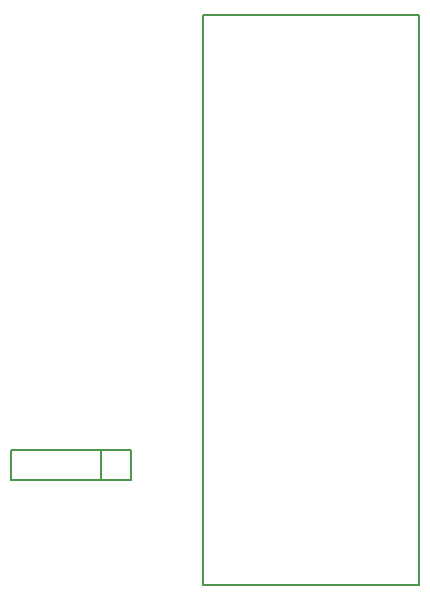
<source format=gto>
G04 ( created by brdgerber.py ( brdgerber.py v0.1 2014-03-12 ) ) date 2020-07-20 00:47:21 EDT*
G04 Gerber Fmt 3.4, Leading zero omitted, Abs format*
%MOIN*%
%FSLAX34Y34*%
G01*
G70*
G90*
G04 APERTURE LIST*
%ADD12C,0.0000*%
%ADD17C,0.0760*%
%ADD19C,0.0472*%
%ADD14C,0.0642*%
%ADD13C,0.0050*%
%ADD11C,0.2440*%
%ADD16C,0.0787*%
%ADD15C,0.0060*%
%ADD10C,0.0589*%
%ADD18C,0.0200*%
G04 APERTURE END LIST*
G54D12*
D15*
G01X-04250Y-07700D02*
G01X-04250Y-08700D01*
D15*
G01X-04250Y-08700D02*
G01X-05250Y-08700D01*
D15*
G01X-05250Y-08700D02*
G01X-08250Y-08700D01*
D15*
G01X-08250Y-08700D02*
G01X-08250Y-07700D01*
D15*
G01X-08250Y-07700D02*
G01X-05250Y-07700D01*
D15*
G01X-05250Y-07700D02*
G01X-04250Y-07700D01*
D15*
G01X-05250Y-07700D02*
G01X-05250Y-08700D01*
D13*
G01X05350Y-12200D02*
G01X05350Y06800D01*
D13*
G01X05350Y06800D02*
G01X-01850Y06800D01*
D13*
G01X-01850Y06800D02*
G01X-01850Y-12200D01*
D13*
G01X-01850Y-12200D02*
G01X05350Y-12200D01*
M02*

</source>
